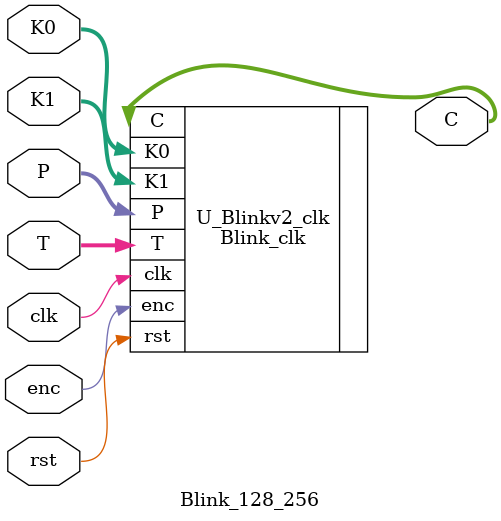
<source format=v>

module Blink_128_256(clk, rst, enc, K0, K1, P, T, C);
    input clk;
	input rst;
    localparam  round = 20; 
    localparam n = 128;
    localparam tweakLen = 256;
    localparam r1 = 4;
    localparam dim = 128;
    input enc;
	input [n*(round/2)-1:0] K0; 
    input [509+256:0] K1; 
    input [n-1:0] P;
    input [tweakLen-1:0] T; 
    output [n-1:0] C;

    Blink_clk
    U_Blinkv2_clk
    (
        .clk(clk),
        .rst(rst),       
        .enc(enc),
        .K0(K0), 
        .K1(K1), 
        .P(P), 
        .T(T), 
        .C(C)
    );
	
endmodule
</source>
